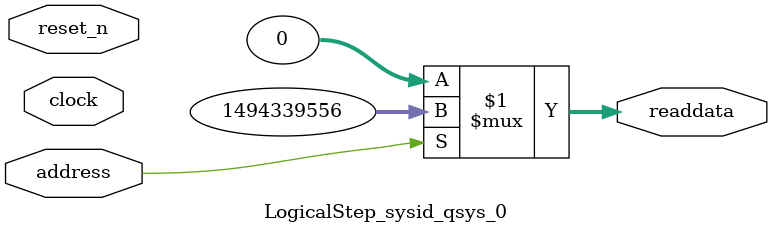
<source format=v>



// synthesis translate_off
`timescale 1ns / 1ps
// synthesis translate_on

// turn off superfluous verilog processor warnings 
// altera message_level Level1 
// altera message_off 10034 10035 10036 10037 10230 10240 10030 

module LogicalStep_sysid_qsys_0 (
               // inputs:
                address,
                clock,
                reset_n,

               // outputs:
                readdata
             )
;

  output  [ 31: 0] readdata;
  input            address;
  input            clock;
  input            reset_n;

  wire    [ 31: 0] readdata;
  //control_slave, which is an e_avalon_slave
  assign readdata = address ? 1494339556 : 0;

endmodule




</source>
